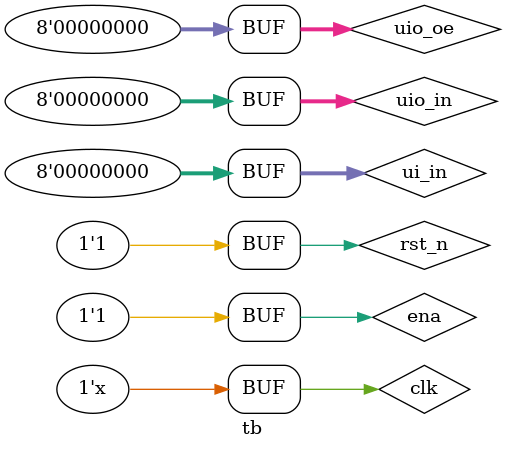
<source format=v>
`default_nettype none
`timescale 1ns / 1ps

module tb();

  // Waveform dump
  initial begin
    $dumpfile("tb.vcd");
    $dumpvars(0, tb);
  end

  // Clock: 1 MHz
  reg clk = 0;
  always #500 clk = ~clk;

  // DUT inputs: let cocotb manage reset and stimulus
  reg rst_n = 1;
  reg ena = 1;
  reg [7:0] ui_in = 8'd0;
  reg [7:0] uio_in = 8'd0;
  reg [7:0] uio_oe = 8'd0;

  // DUT outputs
  wire [7:0] uo_out;
  wire [7:0] uio_out;

  // Instantiate the whack-a-mole game
  tt_um_whack_a_mole dut (
    .clk        (clk),
    .rst_n      (rst_n),
    .ena        (ena),
    .ui_in      (ui_in),
    .uo_out     (uo_out),
    .uio_in     (uio_in),
    .uio_out    (uio_out),
    .uio_oe     (uio_oe)
  );

endmodule

</source>
